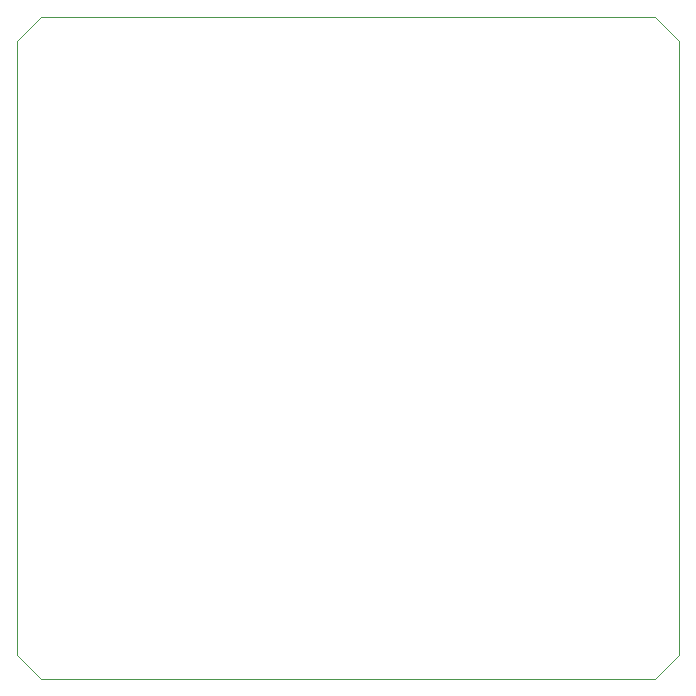
<source format=gbr>
G04 start of page 4 for group 4 idx 4 *
G04 Title: HERTZ_LP, outline *
G04 Creator: pcb v4.0.2-gafeb62a8 *
G04 CreationDate: Tue Feb  6 10:28:40 2018 UTC *
G04 For: stephan *
G04 Format: Gerber/RS-274X *
G04 PCB-Dimensions (mil): 2362.20 2362.20 *
G04 PCB-Coordinate-Origin: lower left *
%MOIN*%
%FSLAX25Y25*%
%LNOUTLINE*%
%ADD23C,0.0039*%
G54D23*X228346Y220472D02*Y15748D01*
X220472Y7874D02*X15748D01*
X7874Y15748D02*X15748Y7874D01*
X228346Y15748D02*X220472Y7874D01*
X7874Y220472D02*Y15748D01*
X15748Y228346D02*X220472D01*
X228346Y220472D01*
X15748Y228346D02*X7874Y220472D01*
M02*

</source>
